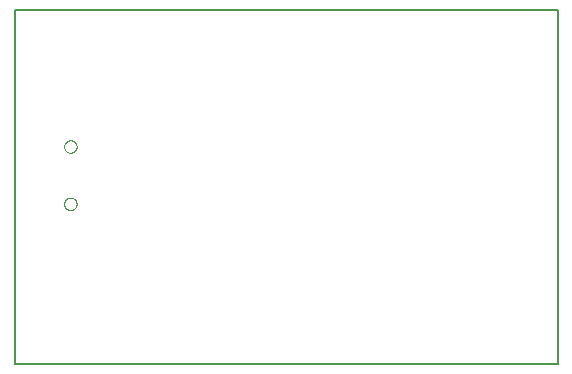
<source format=gbp>
G75*
%MOIN*%
%OFA0B0*%
%FSLAX25Y25*%
%IPPOS*%
%LPD*%
%AMOC8*
5,1,8,0,0,1.08239X$1,22.5*
%
%ADD10C,0.00600*%
%ADD11C,0.00000*%
D10*
X0021728Y0020744D02*
X0202831Y0020744D01*
X0202831Y0138854D01*
X0021728Y0138854D01*
X0021728Y0020744D01*
D11*
X0038283Y0074189D02*
X0038285Y0074280D01*
X0038291Y0074370D01*
X0038301Y0074461D01*
X0038315Y0074550D01*
X0038333Y0074639D01*
X0038354Y0074728D01*
X0038380Y0074815D01*
X0038409Y0074901D01*
X0038443Y0074985D01*
X0038479Y0075068D01*
X0038520Y0075150D01*
X0038564Y0075229D01*
X0038611Y0075307D01*
X0038662Y0075382D01*
X0038716Y0075455D01*
X0038773Y0075525D01*
X0038833Y0075593D01*
X0038896Y0075659D01*
X0038962Y0075721D01*
X0039031Y0075780D01*
X0039102Y0075837D01*
X0039176Y0075890D01*
X0039252Y0075940D01*
X0039330Y0075987D01*
X0039410Y0076030D01*
X0039491Y0076069D01*
X0039575Y0076105D01*
X0039660Y0076137D01*
X0039746Y0076166D01*
X0039833Y0076190D01*
X0039922Y0076211D01*
X0040011Y0076228D01*
X0040101Y0076241D01*
X0040191Y0076250D01*
X0040282Y0076255D01*
X0040373Y0076256D01*
X0040463Y0076253D01*
X0040554Y0076246D01*
X0040644Y0076235D01*
X0040734Y0076220D01*
X0040823Y0076201D01*
X0040911Y0076179D01*
X0040997Y0076152D01*
X0041083Y0076122D01*
X0041167Y0076088D01*
X0041250Y0076050D01*
X0041331Y0076009D01*
X0041410Y0075964D01*
X0041487Y0075915D01*
X0041561Y0075864D01*
X0041634Y0075809D01*
X0041704Y0075751D01*
X0041771Y0075690D01*
X0041835Y0075626D01*
X0041897Y0075560D01*
X0041956Y0075490D01*
X0042011Y0075419D01*
X0042064Y0075344D01*
X0042113Y0075268D01*
X0042159Y0075190D01*
X0042201Y0075109D01*
X0042240Y0075027D01*
X0042275Y0074943D01*
X0042306Y0074858D01*
X0042333Y0074771D01*
X0042357Y0074684D01*
X0042377Y0074595D01*
X0042393Y0074506D01*
X0042405Y0074416D01*
X0042413Y0074325D01*
X0042417Y0074234D01*
X0042417Y0074144D01*
X0042413Y0074053D01*
X0042405Y0073962D01*
X0042393Y0073872D01*
X0042377Y0073783D01*
X0042357Y0073694D01*
X0042333Y0073607D01*
X0042306Y0073520D01*
X0042275Y0073435D01*
X0042240Y0073351D01*
X0042201Y0073269D01*
X0042159Y0073188D01*
X0042113Y0073110D01*
X0042064Y0073034D01*
X0042011Y0072959D01*
X0041956Y0072888D01*
X0041897Y0072818D01*
X0041835Y0072752D01*
X0041771Y0072688D01*
X0041704Y0072627D01*
X0041634Y0072569D01*
X0041561Y0072514D01*
X0041487Y0072463D01*
X0041410Y0072414D01*
X0041331Y0072369D01*
X0041250Y0072328D01*
X0041167Y0072290D01*
X0041083Y0072256D01*
X0040997Y0072226D01*
X0040911Y0072199D01*
X0040823Y0072177D01*
X0040734Y0072158D01*
X0040644Y0072143D01*
X0040554Y0072132D01*
X0040463Y0072125D01*
X0040373Y0072122D01*
X0040282Y0072123D01*
X0040191Y0072128D01*
X0040101Y0072137D01*
X0040011Y0072150D01*
X0039922Y0072167D01*
X0039833Y0072188D01*
X0039746Y0072212D01*
X0039660Y0072241D01*
X0039575Y0072273D01*
X0039491Y0072309D01*
X0039410Y0072348D01*
X0039330Y0072391D01*
X0039252Y0072438D01*
X0039176Y0072488D01*
X0039102Y0072541D01*
X0039031Y0072598D01*
X0038962Y0072657D01*
X0038896Y0072719D01*
X0038833Y0072785D01*
X0038773Y0072853D01*
X0038716Y0072923D01*
X0038662Y0072996D01*
X0038611Y0073071D01*
X0038564Y0073149D01*
X0038520Y0073228D01*
X0038479Y0073310D01*
X0038443Y0073393D01*
X0038409Y0073477D01*
X0038380Y0073563D01*
X0038354Y0073650D01*
X0038333Y0073739D01*
X0038315Y0073828D01*
X0038301Y0073917D01*
X0038291Y0074008D01*
X0038285Y0074098D01*
X0038283Y0074189D01*
X0038283Y0093283D02*
X0038285Y0093374D01*
X0038291Y0093464D01*
X0038301Y0093555D01*
X0038315Y0093644D01*
X0038333Y0093733D01*
X0038354Y0093822D01*
X0038380Y0093909D01*
X0038409Y0093995D01*
X0038443Y0094079D01*
X0038479Y0094162D01*
X0038520Y0094244D01*
X0038564Y0094323D01*
X0038611Y0094401D01*
X0038662Y0094476D01*
X0038716Y0094549D01*
X0038773Y0094619D01*
X0038833Y0094687D01*
X0038896Y0094753D01*
X0038962Y0094815D01*
X0039031Y0094874D01*
X0039102Y0094931D01*
X0039176Y0094984D01*
X0039252Y0095034D01*
X0039330Y0095081D01*
X0039410Y0095124D01*
X0039491Y0095163D01*
X0039575Y0095199D01*
X0039660Y0095231D01*
X0039746Y0095260D01*
X0039833Y0095284D01*
X0039922Y0095305D01*
X0040011Y0095322D01*
X0040101Y0095335D01*
X0040191Y0095344D01*
X0040282Y0095349D01*
X0040373Y0095350D01*
X0040463Y0095347D01*
X0040554Y0095340D01*
X0040644Y0095329D01*
X0040734Y0095314D01*
X0040823Y0095295D01*
X0040911Y0095273D01*
X0040997Y0095246D01*
X0041083Y0095216D01*
X0041167Y0095182D01*
X0041250Y0095144D01*
X0041331Y0095103D01*
X0041410Y0095058D01*
X0041487Y0095009D01*
X0041561Y0094958D01*
X0041634Y0094903D01*
X0041704Y0094845D01*
X0041771Y0094784D01*
X0041835Y0094720D01*
X0041897Y0094654D01*
X0041956Y0094584D01*
X0042011Y0094513D01*
X0042064Y0094438D01*
X0042113Y0094362D01*
X0042159Y0094284D01*
X0042201Y0094203D01*
X0042240Y0094121D01*
X0042275Y0094037D01*
X0042306Y0093952D01*
X0042333Y0093865D01*
X0042357Y0093778D01*
X0042377Y0093689D01*
X0042393Y0093600D01*
X0042405Y0093510D01*
X0042413Y0093419D01*
X0042417Y0093328D01*
X0042417Y0093238D01*
X0042413Y0093147D01*
X0042405Y0093056D01*
X0042393Y0092966D01*
X0042377Y0092877D01*
X0042357Y0092788D01*
X0042333Y0092701D01*
X0042306Y0092614D01*
X0042275Y0092529D01*
X0042240Y0092445D01*
X0042201Y0092363D01*
X0042159Y0092282D01*
X0042113Y0092204D01*
X0042064Y0092128D01*
X0042011Y0092053D01*
X0041956Y0091982D01*
X0041897Y0091912D01*
X0041835Y0091846D01*
X0041771Y0091782D01*
X0041704Y0091721D01*
X0041634Y0091663D01*
X0041561Y0091608D01*
X0041487Y0091557D01*
X0041410Y0091508D01*
X0041331Y0091463D01*
X0041250Y0091422D01*
X0041167Y0091384D01*
X0041083Y0091350D01*
X0040997Y0091320D01*
X0040911Y0091293D01*
X0040823Y0091271D01*
X0040734Y0091252D01*
X0040644Y0091237D01*
X0040554Y0091226D01*
X0040463Y0091219D01*
X0040373Y0091216D01*
X0040282Y0091217D01*
X0040191Y0091222D01*
X0040101Y0091231D01*
X0040011Y0091244D01*
X0039922Y0091261D01*
X0039833Y0091282D01*
X0039746Y0091306D01*
X0039660Y0091335D01*
X0039575Y0091367D01*
X0039491Y0091403D01*
X0039410Y0091442D01*
X0039330Y0091485D01*
X0039252Y0091532D01*
X0039176Y0091582D01*
X0039102Y0091635D01*
X0039031Y0091692D01*
X0038962Y0091751D01*
X0038896Y0091813D01*
X0038833Y0091879D01*
X0038773Y0091947D01*
X0038716Y0092017D01*
X0038662Y0092090D01*
X0038611Y0092165D01*
X0038564Y0092243D01*
X0038520Y0092322D01*
X0038479Y0092404D01*
X0038443Y0092487D01*
X0038409Y0092571D01*
X0038380Y0092657D01*
X0038354Y0092744D01*
X0038333Y0092833D01*
X0038315Y0092922D01*
X0038301Y0093011D01*
X0038291Y0093102D01*
X0038285Y0093192D01*
X0038283Y0093283D01*
M02*

</source>
